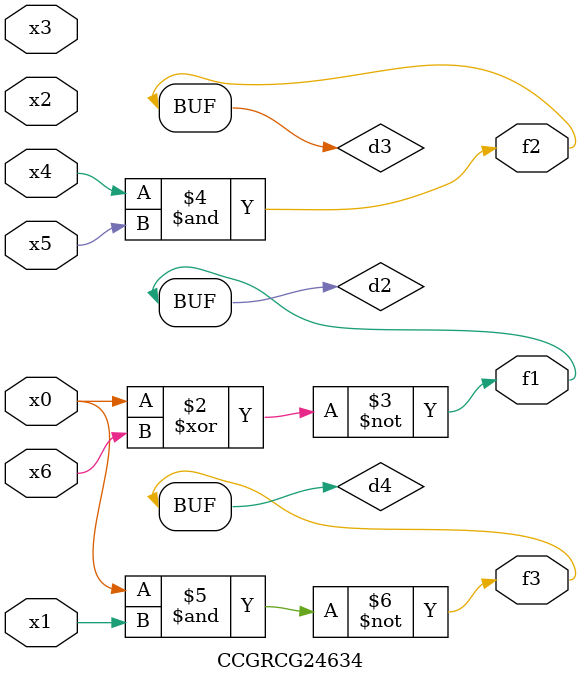
<source format=v>
module CCGRCG24634(
	input x0, x1, x2, x3, x4, x5, x6,
	output f1, f2, f3
);

	wire d1, d2, d3, d4;

	nor (d1, x0);
	xnor (d2, x0, x6);
	and (d3, x4, x5);
	nand (d4, x0, x1);
	assign f1 = d2;
	assign f2 = d3;
	assign f3 = d4;
endmodule

</source>
